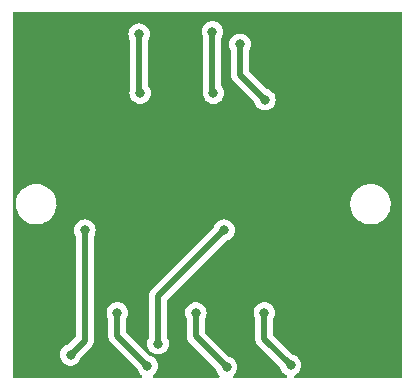
<source format=gbr>
%TF.GenerationSoftware,KiCad,Pcbnew,(6.0.0)*%
%TF.CreationDate,2022-03-28T21:02:23+02:00*%
%TF.ProjectId,BMS,424d532e-6b69-4636-9164-5f7063625858,rev?*%
%TF.SameCoordinates,Original*%
%TF.FileFunction,Copper,L2,Bot*%
%TF.FilePolarity,Positive*%
%FSLAX46Y46*%
G04 Gerber Fmt 4.6, Leading zero omitted, Abs format (unit mm)*
G04 Created by KiCad (PCBNEW (6.0.0)) date 2022-03-28 21:02:23*
%MOMM*%
%LPD*%
G01*
G04 APERTURE LIST*
%TA.AperFunction,ViaPad*%
%ADD10C,0.800000*%
%TD*%
%TA.AperFunction,Conductor*%
%ADD11C,0.500000*%
%TD*%
G04 APERTURE END LIST*
D10*
%TO.N,GND*%
X92000000Y-66000000D03*
X122000000Y-66000000D03*
%TO.N,B4*%
X102800000Y-93600000D03*
X108400000Y-84000000D03*
%TO.N,B7*%
X114025000Y-95425000D03*
X111800000Y-91000000D03*
%TO.N,B6*%
X108600000Y-95600000D03*
X106000000Y-91000000D03*
%TO.N,B5*%
X101900000Y-95500000D03*
X99351996Y-90997059D03*
%TO.N,B3*%
X95400000Y-94550500D03*
X96600000Y-84000000D03*
%TO.N,Net-(C3-Pad1)*%
X111850000Y-72950000D03*
X109742448Y-68256244D03*
%TO.N,B2*%
X107486145Y-72386738D03*
X107400000Y-67200000D03*
%TO.N,B1*%
X101286145Y-72386738D03*
X101200000Y-67400000D03*
%TD*%
D11*
%TO.N,B4*%
X102800000Y-89600000D02*
X102800000Y-93600000D01*
X108400000Y-84000000D02*
X102800000Y-89600000D01*
%TO.N,B7*%
X111800000Y-93200000D02*
X114025000Y-95425000D01*
X111800000Y-91000000D02*
X111800000Y-93200000D01*
%TO.N,B6*%
X106000000Y-93000000D02*
X108600000Y-95600000D01*
X106000000Y-91000000D02*
X106000000Y-93000000D01*
%TO.N,B5*%
X99351996Y-92951996D02*
X101900000Y-95500000D01*
X99351996Y-90997059D02*
X99351996Y-92951996D01*
%TO.N,B3*%
X96600000Y-93350500D02*
X95400000Y-94550500D01*
X96600000Y-84000000D02*
X96600000Y-93350500D01*
%TO.N,Net-(C3-Pad1)*%
X109742448Y-68256244D02*
X109742448Y-70842448D01*
X109742448Y-70842448D02*
X111850000Y-72950000D01*
%TO.N,B2*%
X107400000Y-67200000D02*
X107400000Y-72300593D01*
X107400000Y-72300593D02*
X107486145Y-72386738D01*
%TO.N,B1*%
X101200000Y-72300593D02*
X101286145Y-72386738D01*
X101200000Y-67400000D02*
X101200000Y-72300593D01*
%TD*%
%TA.AperFunction,Conductor*%
%TO.N,GND*%
G36*
X123434121Y-65528002D02*
G01*
X123480614Y-65581658D01*
X123492000Y-65634000D01*
X123492000Y-96366000D01*
X123471998Y-96434121D01*
X123418342Y-96480614D01*
X123366000Y-96492000D01*
X114454895Y-96492000D01*
X114386774Y-96471998D01*
X114340281Y-96418342D01*
X114330177Y-96348068D01*
X114359671Y-96283488D01*
X114403646Y-96250893D01*
X114475722Y-96218803D01*
X114475724Y-96218802D01*
X114481752Y-96216118D01*
X114636253Y-96103866D01*
X114750232Y-95977279D01*
X114759621Y-95966852D01*
X114759622Y-95966851D01*
X114764040Y-95961944D01*
X114859527Y-95796556D01*
X114918542Y-95614928D01*
X114934931Y-95459000D01*
X114937814Y-95431565D01*
X114938504Y-95425000D01*
X114918542Y-95235072D01*
X114859527Y-95053444D01*
X114764040Y-94888056D01*
X114692752Y-94808882D01*
X114640675Y-94751045D01*
X114640674Y-94751044D01*
X114636253Y-94746134D01*
X114481752Y-94633882D01*
X114475724Y-94631198D01*
X114475722Y-94631197D01*
X114313319Y-94558891D01*
X114313318Y-94558891D01*
X114307288Y-94556206D01*
X114300833Y-94554834D01*
X114300824Y-94554831D01*
X114244228Y-94542801D01*
X114181331Y-94508650D01*
X112595405Y-92922724D01*
X112561379Y-92860412D01*
X112558500Y-92833629D01*
X112558500Y-91536999D01*
X112575381Y-91473999D01*
X112631223Y-91377279D01*
X112631224Y-91377278D01*
X112634527Y-91371556D01*
X112693542Y-91189928D01*
X112713504Y-91000000D01*
X112693542Y-90810072D01*
X112634527Y-90628444D01*
X112539040Y-90463056D01*
X112411253Y-90321134D01*
X112256752Y-90208882D01*
X112250724Y-90206198D01*
X112250722Y-90206197D01*
X112088319Y-90133891D01*
X112088318Y-90133891D01*
X112082288Y-90131206D01*
X111988888Y-90111353D01*
X111901944Y-90092872D01*
X111901939Y-90092872D01*
X111895487Y-90091500D01*
X111704513Y-90091500D01*
X111698061Y-90092872D01*
X111698056Y-90092872D01*
X111611112Y-90111353D01*
X111517712Y-90131206D01*
X111511682Y-90133891D01*
X111511681Y-90133891D01*
X111349278Y-90206197D01*
X111349276Y-90206198D01*
X111343248Y-90208882D01*
X111188747Y-90321134D01*
X111060960Y-90463056D01*
X110965473Y-90628444D01*
X110906458Y-90810072D01*
X110886496Y-91000000D01*
X110906458Y-91189928D01*
X110965473Y-91371556D01*
X110968776Y-91377278D01*
X110968777Y-91377279D01*
X111024619Y-91473999D01*
X111041500Y-91536999D01*
X111041500Y-93132930D01*
X111040067Y-93151880D01*
X111036801Y-93173349D01*
X111037394Y-93180641D01*
X111037394Y-93180644D01*
X111041085Y-93226018D01*
X111041500Y-93236233D01*
X111041500Y-93244293D01*
X111041925Y-93247937D01*
X111044789Y-93272507D01*
X111045222Y-93276882D01*
X111050514Y-93341937D01*
X111051140Y-93349637D01*
X111053396Y-93356601D01*
X111054587Y-93362560D01*
X111055971Y-93368415D01*
X111056818Y-93375681D01*
X111081735Y-93444327D01*
X111083152Y-93448455D01*
X111105649Y-93517899D01*
X111109445Y-93524154D01*
X111111951Y-93529628D01*
X111114670Y-93535058D01*
X111117167Y-93541937D01*
X111121180Y-93548057D01*
X111121180Y-93548058D01*
X111157186Y-93602976D01*
X111159523Y-93606680D01*
X111197405Y-93669107D01*
X111201121Y-93673315D01*
X111201122Y-93673316D01*
X111204803Y-93677484D01*
X111204776Y-93677508D01*
X111207429Y-93680500D01*
X111210132Y-93683733D01*
X111214144Y-93689852D01*
X111219456Y-93694884D01*
X111270383Y-93743128D01*
X111272825Y-93745506D01*
X113104875Y-95577556D01*
X113135613Y-95627714D01*
X113190473Y-95796556D01*
X113285960Y-95961944D01*
X113290378Y-95966851D01*
X113290379Y-95966852D01*
X113299768Y-95977279D01*
X113413747Y-96103866D01*
X113568248Y-96216118D01*
X113574276Y-96218802D01*
X113574278Y-96218803D01*
X113646354Y-96250893D01*
X113700450Y-96296873D01*
X113721099Y-96364800D01*
X113701747Y-96433109D01*
X113648536Y-96480110D01*
X113595105Y-96492000D01*
X109301753Y-96492000D01*
X109233632Y-96471998D01*
X109187139Y-96418342D01*
X109177035Y-96348068D01*
X109206529Y-96283488D01*
X109210593Y-96279345D01*
X109211253Y-96278866D01*
X109267752Y-96216118D01*
X109334621Y-96141852D01*
X109334622Y-96141851D01*
X109339040Y-96136944D01*
X109434527Y-95971556D01*
X109493542Y-95789928D01*
X109503393Y-95696206D01*
X109512814Y-95606565D01*
X109513504Y-95600000D01*
X109502304Y-95493435D01*
X109494232Y-95416635D01*
X109494232Y-95416633D01*
X109493542Y-95410072D01*
X109434527Y-95228444D01*
X109339040Y-95063056D01*
X109330386Y-95053444D01*
X109215675Y-94926045D01*
X109215674Y-94926044D01*
X109211253Y-94921134D01*
X109080375Y-94826045D01*
X109062094Y-94812763D01*
X109062093Y-94812762D01*
X109056752Y-94808882D01*
X109050724Y-94806198D01*
X109050722Y-94806197D01*
X108888319Y-94733891D01*
X108888318Y-94733891D01*
X108882288Y-94731206D01*
X108875833Y-94729834D01*
X108875824Y-94729831D01*
X108819228Y-94717801D01*
X108756331Y-94683650D01*
X106795405Y-92722724D01*
X106761379Y-92660412D01*
X106758500Y-92633629D01*
X106758500Y-91536999D01*
X106775381Y-91473999D01*
X106831223Y-91377279D01*
X106831224Y-91377278D01*
X106834527Y-91371556D01*
X106893542Y-91189928D01*
X106913504Y-91000000D01*
X106893542Y-90810072D01*
X106834527Y-90628444D01*
X106739040Y-90463056D01*
X106611253Y-90321134D01*
X106456752Y-90208882D01*
X106450724Y-90206198D01*
X106450722Y-90206197D01*
X106288319Y-90133891D01*
X106288318Y-90133891D01*
X106282288Y-90131206D01*
X106188888Y-90111353D01*
X106101944Y-90092872D01*
X106101939Y-90092872D01*
X106095487Y-90091500D01*
X105904513Y-90091500D01*
X105898061Y-90092872D01*
X105898056Y-90092872D01*
X105811112Y-90111353D01*
X105717712Y-90131206D01*
X105711682Y-90133891D01*
X105711681Y-90133891D01*
X105549278Y-90206197D01*
X105549276Y-90206198D01*
X105543248Y-90208882D01*
X105388747Y-90321134D01*
X105260960Y-90463056D01*
X105165473Y-90628444D01*
X105106458Y-90810072D01*
X105086496Y-91000000D01*
X105106458Y-91189928D01*
X105165473Y-91371556D01*
X105168776Y-91377278D01*
X105168777Y-91377279D01*
X105224619Y-91473999D01*
X105241500Y-91536999D01*
X105241500Y-92932930D01*
X105240067Y-92951880D01*
X105236801Y-92973349D01*
X105237394Y-92980641D01*
X105237394Y-92980644D01*
X105241085Y-93026018D01*
X105241500Y-93036233D01*
X105241500Y-93044293D01*
X105241925Y-93047937D01*
X105244789Y-93072507D01*
X105245222Y-93076882D01*
X105249913Y-93134549D01*
X105251140Y-93149637D01*
X105253396Y-93156601D01*
X105254587Y-93162560D01*
X105255971Y-93168415D01*
X105256818Y-93175681D01*
X105281735Y-93244327D01*
X105283152Y-93248455D01*
X105305649Y-93317899D01*
X105309445Y-93324154D01*
X105311951Y-93329628D01*
X105314670Y-93335058D01*
X105317167Y-93341937D01*
X105321180Y-93348057D01*
X105321180Y-93348058D01*
X105357186Y-93402976D01*
X105359523Y-93406680D01*
X105397405Y-93469107D01*
X105401121Y-93473315D01*
X105401122Y-93473316D01*
X105404803Y-93477484D01*
X105404776Y-93477508D01*
X105407429Y-93480500D01*
X105410132Y-93483733D01*
X105414144Y-93489852D01*
X105436401Y-93510936D01*
X105470383Y-93543128D01*
X105472825Y-93545506D01*
X107679875Y-95752556D01*
X107710613Y-95802714D01*
X107765473Y-95971556D01*
X107860960Y-96136944D01*
X107865378Y-96141851D01*
X107865379Y-96141852D01*
X107988747Y-96278866D01*
X107987344Y-96280130D01*
X108019799Y-96332817D01*
X108018443Y-96403801D01*
X107978926Y-96462783D01*
X107913794Y-96491037D01*
X107898247Y-96492000D01*
X102468049Y-96492000D01*
X102399928Y-96471998D01*
X102353435Y-96418342D01*
X102343331Y-96348068D01*
X102372825Y-96283488D01*
X102393988Y-96264064D01*
X102412117Y-96250893D01*
X102511253Y-96178866D01*
X102639040Y-96036944D01*
X102734527Y-95871556D01*
X102793542Y-95689928D01*
X102813504Y-95500000D01*
X102804052Y-95410072D01*
X102794232Y-95316635D01*
X102794232Y-95316633D01*
X102793542Y-95310072D01*
X102734527Y-95128444D01*
X102639040Y-94963056D01*
X102607277Y-94927779D01*
X102515675Y-94826045D01*
X102515674Y-94826044D01*
X102511253Y-94821134D01*
X102356752Y-94708882D01*
X102350724Y-94706198D01*
X102350722Y-94706197D01*
X102188319Y-94633891D01*
X102188318Y-94633891D01*
X102182288Y-94631206D01*
X102175833Y-94629834D01*
X102175824Y-94629831D01*
X102119228Y-94617801D01*
X102056331Y-94583650D01*
X101072681Y-93600000D01*
X101886496Y-93600000D01*
X101887186Y-93606565D01*
X101904807Y-93774215D01*
X101906458Y-93789928D01*
X101965473Y-93971556D01*
X102060960Y-94136944D01*
X102188747Y-94278866D01*
X102343248Y-94391118D01*
X102349276Y-94393802D01*
X102349278Y-94393803D01*
X102511681Y-94466109D01*
X102517712Y-94468794D01*
X102611113Y-94488647D01*
X102698056Y-94507128D01*
X102698061Y-94507128D01*
X102704513Y-94508500D01*
X102895487Y-94508500D01*
X102901939Y-94507128D01*
X102901944Y-94507128D01*
X102988888Y-94488647D01*
X103082288Y-94468794D01*
X103088319Y-94466109D01*
X103250722Y-94393803D01*
X103250724Y-94393802D01*
X103256752Y-94391118D01*
X103411253Y-94278866D01*
X103539040Y-94136944D01*
X103634527Y-93971556D01*
X103693542Y-93789928D01*
X103695194Y-93774215D01*
X103712814Y-93606565D01*
X103713504Y-93600000D01*
X103697356Y-93446362D01*
X103694232Y-93416635D01*
X103694232Y-93416633D01*
X103693542Y-93410072D01*
X103634527Y-93228444D01*
X103575381Y-93126000D01*
X103558500Y-93063001D01*
X103558500Y-89966371D01*
X103578502Y-89898250D01*
X103595405Y-89877276D01*
X108556331Y-84916350D01*
X108619228Y-84882199D01*
X108675824Y-84870169D01*
X108675833Y-84870166D01*
X108682288Y-84868794D01*
X108688319Y-84866109D01*
X108850722Y-84793803D01*
X108850724Y-84793802D01*
X108856752Y-84791118D01*
X109011253Y-84678866D01*
X109139040Y-84536944D01*
X109234527Y-84371556D01*
X109293542Y-84189928D01*
X109313504Y-84000000D01*
X109293542Y-83810072D01*
X109234527Y-83628444D01*
X109139040Y-83463056D01*
X109063142Y-83378762D01*
X109015675Y-83326045D01*
X109015674Y-83326044D01*
X109011253Y-83321134D01*
X108856752Y-83208882D01*
X108850724Y-83206198D01*
X108850722Y-83206197D01*
X108688319Y-83133891D01*
X108688318Y-83133891D01*
X108682288Y-83131206D01*
X108588888Y-83111353D01*
X108501944Y-83092872D01*
X108501939Y-83092872D01*
X108495487Y-83091500D01*
X108304513Y-83091500D01*
X108298061Y-83092872D01*
X108298056Y-83092872D01*
X108211112Y-83111353D01*
X108117712Y-83131206D01*
X108111682Y-83133891D01*
X108111681Y-83133891D01*
X107949278Y-83206197D01*
X107949276Y-83206198D01*
X107943248Y-83208882D01*
X107788747Y-83321134D01*
X107784326Y-83326044D01*
X107784325Y-83326045D01*
X107736859Y-83378762D01*
X107660960Y-83463056D01*
X107565473Y-83628444D01*
X107563431Y-83634729D01*
X107510613Y-83797285D01*
X107479875Y-83847444D01*
X102311089Y-89016230D01*
X102296677Y-89028616D01*
X102285082Y-89037149D01*
X102285077Y-89037154D01*
X102279182Y-89041492D01*
X102274443Y-89047070D01*
X102274440Y-89047073D01*
X102244965Y-89081768D01*
X102238035Y-89089284D01*
X102232340Y-89094979D01*
X102230060Y-89097861D01*
X102214719Y-89117251D01*
X102211928Y-89120655D01*
X102169409Y-89170703D01*
X102164667Y-89176285D01*
X102161339Y-89182801D01*
X102157972Y-89187850D01*
X102154805Y-89192979D01*
X102150266Y-89198716D01*
X102119345Y-89264875D01*
X102117442Y-89268769D01*
X102084231Y-89333808D01*
X102082492Y-89340916D01*
X102080393Y-89346559D01*
X102078476Y-89352322D01*
X102075378Y-89358950D01*
X102073888Y-89366112D01*
X102073888Y-89366113D01*
X102060514Y-89430412D01*
X102059544Y-89434696D01*
X102042192Y-89505610D01*
X102041500Y-89516764D01*
X102041464Y-89516762D01*
X102041225Y-89520755D01*
X102040851Y-89524947D01*
X102039360Y-89532115D01*
X102039558Y-89539432D01*
X102041454Y-89609521D01*
X102041500Y-89612928D01*
X102041500Y-93063001D01*
X102024619Y-93126000D01*
X101965473Y-93228444D01*
X101906458Y-93410072D01*
X101905768Y-93416633D01*
X101905768Y-93416635D01*
X101902644Y-93446362D01*
X101886496Y-93600000D01*
X101072681Y-93600000D01*
X100147401Y-92674720D01*
X100113375Y-92612408D01*
X100110496Y-92585625D01*
X100110496Y-91534058D01*
X100127377Y-91471058D01*
X100183219Y-91374338D01*
X100183220Y-91374337D01*
X100186523Y-91368615D01*
X100245538Y-91186987D01*
X100265500Y-90997059D01*
X100245538Y-90807131D01*
X100186523Y-90625503D01*
X100091036Y-90460115D01*
X99963249Y-90318193D01*
X99808748Y-90205941D01*
X99802720Y-90203257D01*
X99802718Y-90203256D01*
X99640315Y-90130950D01*
X99640314Y-90130950D01*
X99634284Y-90128265D01*
X99540883Y-90108412D01*
X99453940Y-90089931D01*
X99453935Y-90089931D01*
X99447483Y-90088559D01*
X99256509Y-90088559D01*
X99250057Y-90089931D01*
X99250052Y-90089931D01*
X99163109Y-90108412D01*
X99069708Y-90128265D01*
X99063678Y-90130950D01*
X99063677Y-90130950D01*
X98901274Y-90203256D01*
X98901272Y-90203257D01*
X98895244Y-90205941D01*
X98740743Y-90318193D01*
X98612956Y-90460115D01*
X98517469Y-90625503D01*
X98458454Y-90807131D01*
X98438492Y-90997059D01*
X98458454Y-91186987D01*
X98517469Y-91368615D01*
X98520772Y-91374337D01*
X98520773Y-91374338D01*
X98576615Y-91471058D01*
X98593496Y-91534058D01*
X98593496Y-92884926D01*
X98592063Y-92903876D01*
X98588797Y-92925345D01*
X98589390Y-92932637D01*
X98589390Y-92932640D01*
X98593081Y-92978014D01*
X98593496Y-92988229D01*
X98593496Y-92996289D01*
X98593921Y-92999933D01*
X98596785Y-93024503D01*
X98597218Y-93028878D01*
X98601123Y-93076882D01*
X98603136Y-93101633D01*
X98605392Y-93108597D01*
X98606583Y-93114556D01*
X98607967Y-93120411D01*
X98608814Y-93127677D01*
X98633731Y-93196323D01*
X98635148Y-93200451D01*
X98650532Y-93247937D01*
X98657645Y-93269895D01*
X98661441Y-93276150D01*
X98663947Y-93281624D01*
X98666666Y-93287054D01*
X98669163Y-93293933D01*
X98673176Y-93300053D01*
X98673176Y-93300054D01*
X98709182Y-93354972D01*
X98711519Y-93358676D01*
X98749401Y-93421103D01*
X98753117Y-93425311D01*
X98753118Y-93425312D01*
X98756799Y-93429480D01*
X98756772Y-93429504D01*
X98759425Y-93432496D01*
X98762128Y-93435729D01*
X98766140Y-93441848D01*
X98775110Y-93450345D01*
X98822379Y-93495124D01*
X98824821Y-93497502D01*
X100979875Y-95652556D01*
X101010613Y-95702714D01*
X101065473Y-95871556D01*
X101160960Y-96036944D01*
X101288747Y-96178866D01*
X101387884Y-96250893D01*
X101406012Y-96264064D01*
X101449366Y-96320286D01*
X101455441Y-96391022D01*
X101422310Y-96453814D01*
X101360490Y-96488726D01*
X101331951Y-96492000D01*
X90634000Y-96492000D01*
X90565879Y-96471998D01*
X90519386Y-96418342D01*
X90508000Y-96366000D01*
X90508000Y-94550500D01*
X94486496Y-94550500D01*
X94487186Y-94557065D01*
X94493570Y-94617801D01*
X94506458Y-94740428D01*
X94565473Y-94922056D01*
X94660960Y-95087444D01*
X94665378Y-95092351D01*
X94665379Y-95092352D01*
X94782764Y-95222721D01*
X94788747Y-95229366D01*
X94943248Y-95341618D01*
X94949276Y-95344302D01*
X94949278Y-95344303D01*
X95082898Y-95403794D01*
X95117712Y-95419294D01*
X95211113Y-95439147D01*
X95298056Y-95457628D01*
X95298061Y-95457628D01*
X95304513Y-95459000D01*
X95495487Y-95459000D01*
X95501939Y-95457628D01*
X95501944Y-95457628D01*
X95588887Y-95439147D01*
X95682288Y-95419294D01*
X95717102Y-95403794D01*
X95850722Y-95344303D01*
X95850724Y-95344302D01*
X95856752Y-95341618D01*
X96011253Y-95229366D01*
X96017236Y-95222721D01*
X96134621Y-95092352D01*
X96134622Y-95092351D01*
X96139040Y-95087444D01*
X96234527Y-94922056D01*
X96289387Y-94753214D01*
X96320125Y-94703056D01*
X97088911Y-93934270D01*
X97103323Y-93921884D01*
X97114918Y-93913351D01*
X97114923Y-93913346D01*
X97120818Y-93909008D01*
X97125557Y-93903430D01*
X97125560Y-93903427D01*
X97155035Y-93868732D01*
X97161965Y-93861216D01*
X97167660Y-93855521D01*
X97185281Y-93833249D01*
X97188072Y-93829845D01*
X97230591Y-93779797D01*
X97230592Y-93779795D01*
X97235333Y-93774215D01*
X97238661Y-93767699D01*
X97242028Y-93762650D01*
X97245195Y-93757521D01*
X97249734Y-93751784D01*
X97280655Y-93685625D01*
X97282561Y-93681725D01*
X97289416Y-93668301D01*
X97315769Y-93616692D01*
X97317508Y-93609584D01*
X97319607Y-93603941D01*
X97321524Y-93598178D01*
X97324622Y-93591550D01*
X97339487Y-93520083D01*
X97340457Y-93515799D01*
X97349094Y-93480500D01*
X97357808Y-93444890D01*
X97358500Y-93433736D01*
X97358536Y-93433738D01*
X97358775Y-93429745D01*
X97359149Y-93425553D01*
X97360640Y-93418385D01*
X97358546Y-93340979D01*
X97358500Y-93337572D01*
X97358500Y-84536999D01*
X97375381Y-84473999D01*
X97431223Y-84377279D01*
X97431224Y-84377278D01*
X97434527Y-84371556D01*
X97493542Y-84189928D01*
X97513504Y-84000000D01*
X97493542Y-83810072D01*
X97434527Y-83628444D01*
X97339040Y-83463056D01*
X97263142Y-83378762D01*
X97215675Y-83326045D01*
X97215674Y-83326044D01*
X97211253Y-83321134D01*
X97056752Y-83208882D01*
X97050724Y-83206198D01*
X97050722Y-83206197D01*
X96888319Y-83133891D01*
X96888318Y-83133891D01*
X96882288Y-83131206D01*
X96788888Y-83111353D01*
X96701944Y-83092872D01*
X96701939Y-83092872D01*
X96695487Y-83091500D01*
X96504513Y-83091500D01*
X96498061Y-83092872D01*
X96498056Y-83092872D01*
X96411112Y-83111353D01*
X96317712Y-83131206D01*
X96311682Y-83133891D01*
X96311681Y-83133891D01*
X96149278Y-83206197D01*
X96149276Y-83206198D01*
X96143248Y-83208882D01*
X95988747Y-83321134D01*
X95984326Y-83326044D01*
X95984325Y-83326045D01*
X95936859Y-83378762D01*
X95860960Y-83463056D01*
X95765473Y-83628444D01*
X95706458Y-83810072D01*
X95686496Y-84000000D01*
X95706458Y-84189928D01*
X95765473Y-84371556D01*
X95768776Y-84377278D01*
X95768777Y-84377279D01*
X95824619Y-84473999D01*
X95841500Y-84536999D01*
X95841500Y-92984129D01*
X95821498Y-93052250D01*
X95804595Y-93073224D01*
X95243669Y-93634150D01*
X95180772Y-93668301D01*
X95124176Y-93680331D01*
X95124167Y-93680334D01*
X95117712Y-93681706D01*
X95111682Y-93684391D01*
X95111681Y-93684391D01*
X94949278Y-93756697D01*
X94949276Y-93756698D01*
X94943248Y-93759382D01*
X94788747Y-93871634D01*
X94660960Y-94013556D01*
X94565473Y-94178944D01*
X94506458Y-94360572D01*
X94505768Y-94367133D01*
X94505768Y-94367135D01*
X94490910Y-94508500D01*
X94486496Y-94550500D01*
X90508000Y-94550500D01*
X90508000Y-81710058D01*
X90773812Y-81710058D01*
X90773925Y-81714836D01*
X90777939Y-81885164D01*
X90779954Y-81970685D01*
X90780788Y-81975390D01*
X90812284Y-82153104D01*
X90825448Y-82227384D01*
X90909247Y-82474248D01*
X91029423Y-82705596D01*
X91183210Y-82916104D01*
X91367069Y-83100929D01*
X91370908Y-83103764D01*
X91370912Y-83103768D01*
X91572926Y-83252977D01*
X91572930Y-83252980D01*
X91576769Y-83255815D01*
X91581001Y-83258041D01*
X91581000Y-83258041D01*
X91738433Y-83340871D01*
X91807484Y-83377201D01*
X91812005Y-83378762D01*
X92041908Y-83458148D01*
X92053906Y-83462291D01*
X92058612Y-83463150D01*
X92058614Y-83463151D01*
X92089403Y-83468774D01*
X92310363Y-83509129D01*
X92393770Y-83513500D01*
X92556295Y-83513500D01*
X92558674Y-83513319D01*
X92558675Y-83513319D01*
X92745181Y-83499132D01*
X92745186Y-83499131D01*
X92749948Y-83498769D01*
X92754601Y-83497690D01*
X92754604Y-83497690D01*
X92999250Y-83440984D01*
X92999249Y-83440984D01*
X93003914Y-83439903D01*
X93246054Y-83343299D01*
X93470796Y-83211180D01*
X93672967Y-83046587D01*
X93847915Y-82853307D01*
X93991615Y-82635788D01*
X94068174Y-82469720D01*
X94098753Y-82403388D01*
X94098754Y-82403385D01*
X94100759Y-82399036D01*
X94172837Y-82148499D01*
X94206188Y-81889942D01*
X94202932Y-81751780D01*
X94201949Y-81710058D01*
X119073812Y-81710058D01*
X119073925Y-81714836D01*
X119077939Y-81885164D01*
X119079954Y-81970685D01*
X119080788Y-81975390D01*
X119112284Y-82153104D01*
X119125448Y-82227384D01*
X119209247Y-82474248D01*
X119329423Y-82705596D01*
X119483210Y-82916104D01*
X119667069Y-83100929D01*
X119670908Y-83103764D01*
X119670912Y-83103768D01*
X119872926Y-83252977D01*
X119872930Y-83252980D01*
X119876769Y-83255815D01*
X119881001Y-83258041D01*
X119881000Y-83258041D01*
X120038433Y-83340871D01*
X120107484Y-83377201D01*
X120112005Y-83378762D01*
X120341908Y-83458148D01*
X120353906Y-83462291D01*
X120358612Y-83463150D01*
X120358614Y-83463151D01*
X120389403Y-83468774D01*
X120610363Y-83509129D01*
X120693770Y-83513500D01*
X120856295Y-83513500D01*
X120858674Y-83513319D01*
X120858675Y-83513319D01*
X121045181Y-83499132D01*
X121045186Y-83499131D01*
X121049948Y-83498769D01*
X121054601Y-83497690D01*
X121054604Y-83497690D01*
X121299250Y-83440984D01*
X121299249Y-83440984D01*
X121303914Y-83439903D01*
X121546054Y-83343299D01*
X121770796Y-83211180D01*
X121972967Y-83046587D01*
X122147915Y-82853307D01*
X122291615Y-82635788D01*
X122368174Y-82469720D01*
X122398753Y-82403388D01*
X122398754Y-82403385D01*
X122400759Y-82399036D01*
X122472837Y-82148499D01*
X122506188Y-81889942D01*
X122502932Y-81751780D01*
X122500159Y-81634095D01*
X122500159Y-81634090D01*
X122500046Y-81629315D01*
X122468533Y-81451501D01*
X122455386Y-81377320D01*
X122455385Y-81377316D01*
X122454552Y-81372616D01*
X122370753Y-81125752D01*
X122250577Y-80894404D01*
X122096790Y-80683896D01*
X121912931Y-80499071D01*
X121909092Y-80496236D01*
X121909088Y-80496232D01*
X121707074Y-80347023D01*
X121707070Y-80347020D01*
X121703231Y-80344185D01*
X121642267Y-80312110D01*
X121476751Y-80225027D01*
X121476749Y-80225026D01*
X121472516Y-80222799D01*
X121365938Y-80185997D01*
X121230618Y-80139271D01*
X121230616Y-80139271D01*
X121226094Y-80137709D01*
X121221388Y-80136850D01*
X121221386Y-80136849D01*
X121161634Y-80125936D01*
X120969637Y-80090871D01*
X120886230Y-80086500D01*
X120723705Y-80086500D01*
X120721326Y-80086681D01*
X120721325Y-80086681D01*
X120534819Y-80100868D01*
X120534814Y-80100869D01*
X120530052Y-80101231D01*
X120525399Y-80102310D01*
X120525396Y-80102310D01*
X120376385Y-80136849D01*
X120276086Y-80160097D01*
X120033946Y-80256701D01*
X119809204Y-80388820D01*
X119607033Y-80553413D01*
X119432085Y-80746693D01*
X119288385Y-80964212D01*
X119286384Y-80968552D01*
X119286382Y-80968556D01*
X119181247Y-81196612D01*
X119179241Y-81200964D01*
X119107163Y-81451501D01*
X119073812Y-81710058D01*
X94201949Y-81710058D01*
X94200159Y-81634095D01*
X94200159Y-81634090D01*
X94200046Y-81629315D01*
X94168533Y-81451501D01*
X94155386Y-81377320D01*
X94155385Y-81377316D01*
X94154552Y-81372616D01*
X94070753Y-81125752D01*
X93950577Y-80894404D01*
X93796790Y-80683896D01*
X93612931Y-80499071D01*
X93609092Y-80496236D01*
X93609088Y-80496232D01*
X93407074Y-80347023D01*
X93407070Y-80347020D01*
X93403231Y-80344185D01*
X93342267Y-80312110D01*
X93176751Y-80225027D01*
X93176749Y-80225026D01*
X93172516Y-80222799D01*
X93065938Y-80185997D01*
X92930618Y-80139271D01*
X92930616Y-80139271D01*
X92926094Y-80137709D01*
X92921388Y-80136850D01*
X92921386Y-80136849D01*
X92861634Y-80125936D01*
X92669637Y-80090871D01*
X92586230Y-80086500D01*
X92423705Y-80086500D01*
X92421326Y-80086681D01*
X92421325Y-80086681D01*
X92234819Y-80100868D01*
X92234814Y-80100869D01*
X92230052Y-80101231D01*
X92225399Y-80102310D01*
X92225396Y-80102310D01*
X92076385Y-80136849D01*
X91976086Y-80160097D01*
X91733946Y-80256701D01*
X91509204Y-80388820D01*
X91307033Y-80553413D01*
X91132085Y-80746693D01*
X90988385Y-80964212D01*
X90986384Y-80968552D01*
X90986382Y-80968556D01*
X90881247Y-81196612D01*
X90879241Y-81200964D01*
X90807163Y-81451501D01*
X90773812Y-81710058D01*
X90508000Y-81710058D01*
X90508000Y-67400000D01*
X100286496Y-67400000D01*
X100287186Y-67406565D01*
X100305129Y-67577279D01*
X100306458Y-67589928D01*
X100365473Y-67771556D01*
X100368776Y-67777278D01*
X100368777Y-67777279D01*
X100424619Y-67873999D01*
X100441500Y-67936999D01*
X100441500Y-72026366D01*
X100435333Y-72065301D01*
X100392603Y-72196810D01*
X100372641Y-72386738D01*
X100392603Y-72576666D01*
X100451618Y-72758294D01*
X100547105Y-72923682D01*
X100551523Y-72928589D01*
X100551524Y-72928590D01*
X100570802Y-72950000D01*
X100674892Y-73065604D01*
X100725752Y-73102556D01*
X100794790Y-73152715D01*
X100829393Y-73177856D01*
X100835421Y-73180540D01*
X100835423Y-73180541D01*
X100997826Y-73252847D01*
X101003857Y-73255532D01*
X101097258Y-73275385D01*
X101184201Y-73293866D01*
X101184206Y-73293866D01*
X101190658Y-73295238D01*
X101381632Y-73295238D01*
X101388084Y-73293866D01*
X101388089Y-73293866D01*
X101475032Y-73275385D01*
X101568433Y-73255532D01*
X101574464Y-73252847D01*
X101736867Y-73180541D01*
X101736869Y-73180540D01*
X101742897Y-73177856D01*
X101777501Y-73152715D01*
X101846538Y-73102556D01*
X101897398Y-73065604D01*
X102001488Y-72950000D01*
X102020766Y-72928590D01*
X102020767Y-72928589D01*
X102025185Y-72923682D01*
X102120672Y-72758294D01*
X102179687Y-72576666D01*
X102199649Y-72386738D01*
X102179687Y-72196810D01*
X102120672Y-72015182D01*
X102025185Y-71849794D01*
X101990864Y-71811677D01*
X101960147Y-71747669D01*
X101958500Y-71727366D01*
X101958500Y-67936999D01*
X101975381Y-67873999D01*
X102031223Y-67777279D01*
X102031224Y-67777278D01*
X102034527Y-67771556D01*
X102093542Y-67589928D01*
X102094872Y-67577279D01*
X102112814Y-67406565D01*
X102113504Y-67400000D01*
X102093542Y-67210072D01*
X102090269Y-67200000D01*
X106486496Y-67200000D01*
X106487186Y-67206565D01*
X106502169Y-67349116D01*
X106506458Y-67389928D01*
X106565473Y-67571556D01*
X106568776Y-67577278D01*
X106568777Y-67577279D01*
X106624619Y-67673999D01*
X106641500Y-67736999D01*
X106641500Y-72026366D01*
X106635333Y-72065301D01*
X106592603Y-72196810D01*
X106572641Y-72386738D01*
X106592603Y-72576666D01*
X106651618Y-72758294D01*
X106747105Y-72923682D01*
X106751523Y-72928589D01*
X106751524Y-72928590D01*
X106770802Y-72950000D01*
X106874892Y-73065604D01*
X106925752Y-73102556D01*
X106994790Y-73152715D01*
X107029393Y-73177856D01*
X107035421Y-73180540D01*
X107035423Y-73180541D01*
X107197826Y-73252847D01*
X107203857Y-73255532D01*
X107297258Y-73275385D01*
X107384201Y-73293866D01*
X107384206Y-73293866D01*
X107390658Y-73295238D01*
X107581632Y-73295238D01*
X107588084Y-73293866D01*
X107588089Y-73293866D01*
X107675032Y-73275385D01*
X107768433Y-73255532D01*
X107774464Y-73252847D01*
X107936867Y-73180541D01*
X107936869Y-73180540D01*
X107942897Y-73177856D01*
X107977501Y-73152715D01*
X108046538Y-73102556D01*
X108097398Y-73065604D01*
X108201488Y-72950000D01*
X108220766Y-72928590D01*
X108220767Y-72928589D01*
X108225185Y-72923682D01*
X108320672Y-72758294D01*
X108379687Y-72576666D01*
X108399649Y-72386738D01*
X108379687Y-72196810D01*
X108320672Y-72015182D01*
X108225185Y-71849794D01*
X108190864Y-71811677D01*
X108160147Y-71747669D01*
X108158500Y-71727366D01*
X108158500Y-68256244D01*
X108828944Y-68256244D01*
X108848906Y-68446172D01*
X108907921Y-68627800D01*
X108911224Y-68633522D01*
X108911225Y-68633523D01*
X108967067Y-68730243D01*
X108983948Y-68793243D01*
X108983948Y-70775378D01*
X108982515Y-70794328D01*
X108979249Y-70815797D01*
X108979842Y-70823089D01*
X108979842Y-70823092D01*
X108983533Y-70868466D01*
X108983948Y-70878681D01*
X108983948Y-70886741D01*
X108984373Y-70890385D01*
X108987237Y-70914955D01*
X108987670Y-70919330D01*
X108993588Y-70992085D01*
X108995844Y-70999049D01*
X108997035Y-71005008D01*
X108998419Y-71010863D01*
X108999266Y-71018129D01*
X109024183Y-71086775D01*
X109025600Y-71090903D01*
X109048097Y-71160347D01*
X109051893Y-71166602D01*
X109054399Y-71172076D01*
X109057118Y-71177506D01*
X109059615Y-71184385D01*
X109063628Y-71190505D01*
X109063628Y-71190506D01*
X109099634Y-71245424D01*
X109101971Y-71249128D01*
X109139853Y-71311555D01*
X109143569Y-71315763D01*
X109143570Y-71315764D01*
X109147251Y-71319932D01*
X109147224Y-71319956D01*
X109149877Y-71322948D01*
X109152580Y-71326181D01*
X109156592Y-71332300D01*
X109161904Y-71337332D01*
X109212831Y-71385576D01*
X109215273Y-71387954D01*
X110929875Y-73102556D01*
X110960613Y-73152714D01*
X111015473Y-73321556D01*
X111110960Y-73486944D01*
X111238747Y-73628866D01*
X111393248Y-73741118D01*
X111399276Y-73743802D01*
X111399278Y-73743803D01*
X111561681Y-73816109D01*
X111567712Y-73818794D01*
X111661113Y-73838647D01*
X111748056Y-73857128D01*
X111748061Y-73857128D01*
X111754513Y-73858500D01*
X111945487Y-73858500D01*
X111951939Y-73857128D01*
X111951944Y-73857128D01*
X112038887Y-73838647D01*
X112132288Y-73818794D01*
X112138319Y-73816109D01*
X112300722Y-73743803D01*
X112300724Y-73743802D01*
X112306752Y-73741118D01*
X112461253Y-73628866D01*
X112589040Y-73486944D01*
X112684527Y-73321556D01*
X112743542Y-73139928D01*
X112763504Y-72950000D01*
X112743542Y-72760072D01*
X112684527Y-72578444D01*
X112589040Y-72413056D01*
X112571255Y-72393303D01*
X112465675Y-72276045D01*
X112465674Y-72276044D01*
X112461253Y-72271134D01*
X112358955Y-72196810D01*
X112312094Y-72162763D01*
X112312093Y-72162762D01*
X112306752Y-72158882D01*
X112300724Y-72156198D01*
X112300722Y-72156197D01*
X112138319Y-72083891D01*
X112138318Y-72083891D01*
X112132288Y-72081206D01*
X112125833Y-72079834D01*
X112125824Y-72079831D01*
X112069228Y-72067801D01*
X112006331Y-72033650D01*
X110537853Y-70565172D01*
X110503827Y-70502860D01*
X110500948Y-70476077D01*
X110500948Y-68793243D01*
X110517829Y-68730243D01*
X110573671Y-68633523D01*
X110573672Y-68633522D01*
X110576975Y-68627800D01*
X110635990Y-68446172D01*
X110655952Y-68256244D01*
X110635990Y-68066316D01*
X110576975Y-67884688D01*
X110481488Y-67719300D01*
X110353701Y-67577378D01*
X110199200Y-67465126D01*
X110193172Y-67462442D01*
X110193170Y-67462441D01*
X110030767Y-67390135D01*
X110030766Y-67390135D01*
X110024736Y-67387450D01*
X109931336Y-67367597D01*
X109844392Y-67349116D01*
X109844387Y-67349116D01*
X109837935Y-67347744D01*
X109646961Y-67347744D01*
X109640509Y-67349116D01*
X109640504Y-67349116D01*
X109553560Y-67367597D01*
X109460160Y-67387450D01*
X109454130Y-67390135D01*
X109454129Y-67390135D01*
X109291726Y-67462441D01*
X109291724Y-67462442D01*
X109285696Y-67465126D01*
X109131195Y-67577378D01*
X109003408Y-67719300D01*
X108907921Y-67884688D01*
X108848906Y-68066316D01*
X108828944Y-68256244D01*
X108158500Y-68256244D01*
X108158500Y-67736999D01*
X108175381Y-67673999D01*
X108231223Y-67577279D01*
X108231224Y-67577278D01*
X108234527Y-67571556D01*
X108293542Y-67389928D01*
X108297832Y-67349116D01*
X108312814Y-67206565D01*
X108313504Y-67200000D01*
X108295473Y-67028444D01*
X108294232Y-67016635D01*
X108294232Y-67016633D01*
X108293542Y-67010072D01*
X108234527Y-66828444D01*
X108139040Y-66663056D01*
X108022740Y-66533891D01*
X108015675Y-66526045D01*
X108015674Y-66526044D01*
X108011253Y-66521134D01*
X107856752Y-66408882D01*
X107850724Y-66406198D01*
X107850722Y-66406197D01*
X107688319Y-66333891D01*
X107688318Y-66333891D01*
X107682288Y-66331206D01*
X107588888Y-66311353D01*
X107501944Y-66292872D01*
X107501939Y-66292872D01*
X107495487Y-66291500D01*
X107304513Y-66291500D01*
X107298061Y-66292872D01*
X107298056Y-66292872D01*
X107211112Y-66311353D01*
X107117712Y-66331206D01*
X107111682Y-66333891D01*
X107111681Y-66333891D01*
X106949278Y-66406197D01*
X106949276Y-66406198D01*
X106943248Y-66408882D01*
X106788747Y-66521134D01*
X106784326Y-66526044D01*
X106784325Y-66526045D01*
X106777261Y-66533891D01*
X106660960Y-66663056D01*
X106565473Y-66828444D01*
X106506458Y-67010072D01*
X106505768Y-67016633D01*
X106505768Y-67016635D01*
X106504527Y-67028444D01*
X106486496Y-67200000D01*
X102090269Y-67200000D01*
X102034527Y-67028444D01*
X101939040Y-66863056D01*
X101811253Y-66721134D01*
X101656752Y-66608882D01*
X101650724Y-66606198D01*
X101650722Y-66606197D01*
X101488319Y-66533891D01*
X101488318Y-66533891D01*
X101482288Y-66531206D01*
X101388887Y-66511353D01*
X101301944Y-66492872D01*
X101301939Y-66492872D01*
X101295487Y-66491500D01*
X101104513Y-66491500D01*
X101098061Y-66492872D01*
X101098056Y-66492872D01*
X101011113Y-66511353D01*
X100917712Y-66531206D01*
X100911682Y-66533891D01*
X100911681Y-66533891D01*
X100749278Y-66606197D01*
X100749276Y-66606198D01*
X100743248Y-66608882D01*
X100588747Y-66721134D01*
X100460960Y-66863056D01*
X100365473Y-67028444D01*
X100306458Y-67210072D01*
X100286496Y-67400000D01*
X90508000Y-67400000D01*
X90508000Y-65634000D01*
X90528002Y-65565879D01*
X90581658Y-65519386D01*
X90634000Y-65508000D01*
X123366000Y-65508000D01*
X123434121Y-65528002D01*
G37*
%TD.AperFunction*%
%TD*%
M02*

</source>
